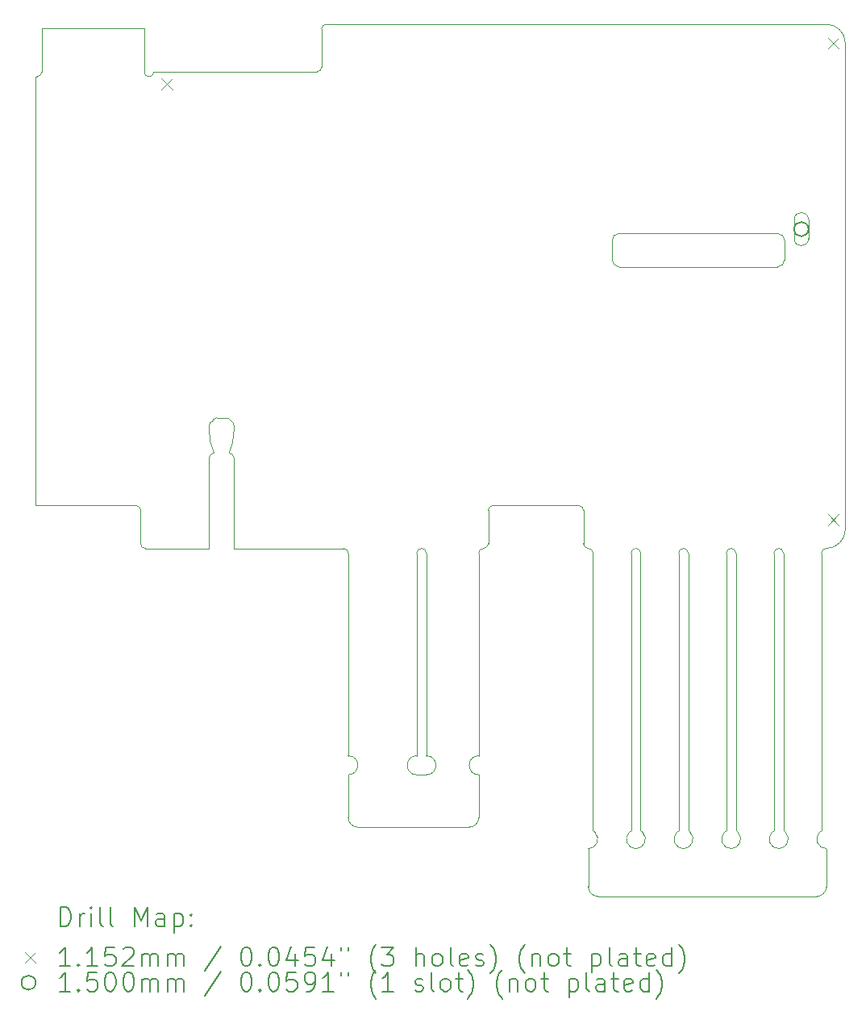
<source format=gbr>
%TF.GenerationSoftware,KiCad,Pcbnew,8.0.2*%
%TF.CreationDate,2024-05-28T21:16:53+01:00*%
%TF.ProjectId,RMC,524d432e-6b69-4636-9164-5f7063625858,rev?*%
%TF.SameCoordinates,Original*%
%TF.FileFunction,Drillmap*%
%TF.FilePolarity,Positive*%
%FSLAX45Y45*%
G04 Gerber Fmt 4.5, Leading zero omitted, Abs format (unit mm)*
G04 Created by KiCad (PCBNEW 8.0.2) date 2024-05-28 21:16:53*
%MOMM*%
%LPD*%
G01*
G04 APERTURE LIST*
%ADD10C,0.050000*%
%ADD11C,0.200000*%
%ADD12C,0.115200*%
%ADD13C,0.150000*%
%ADD14C,0.100000*%
G04 APERTURE END LIST*
D10*
X17250000Y-15550000D02*
G75*
G02*
X17350000Y-15550000I50000J0D01*
G01*
X14750000Y-15450000D02*
G75*
G02*
X14700000Y-15500000I-50000J0D01*
G01*
X14000000Y-15700000D02*
X14000000Y-15550000D01*
X15750000Y-15100000D02*
X15750000Y-15450000D01*
X16750000Y-15550000D02*
G75*
G02*
X16850000Y-15550000I50000J0D01*
G01*
X16250000Y-15550000D02*
G75*
G02*
X16350000Y-15550000I50000J0D01*
G01*
X16850000Y-15550000D02*
X16850000Y-15917500D01*
X11150000Y-15500000D02*
G75*
G02*
X11100000Y-15450000I0J50000D01*
G01*
X14750000Y-15100000D02*
G75*
G02*
X14800000Y-15050000I50000J0D01*
G01*
X15700000Y-15050000D02*
G75*
G02*
X15750000Y-15100000I0J-50000D01*
G01*
X13000000Y-10050000D02*
G75*
G02*
X13050000Y-10000000I50000J0D01*
G01*
X16250000Y-15550000D02*
X16250000Y-15697500D01*
X11100000Y-15100000D02*
X11100000Y-15450000D01*
X14650000Y-15700000D02*
X14650000Y-15550000D01*
X10011498Y-10550000D02*
X10000000Y-10550000D01*
X11150000Y-15500000D02*
X11820000Y-15500000D01*
X14000000Y-15550000D02*
G75*
G02*
X14100000Y-15550000I50000J0D01*
G01*
X14750000Y-15100000D02*
X14750000Y-15450000D01*
X18500000Y-10200000D02*
X18500000Y-15300000D01*
X15850000Y-15550000D02*
X15850000Y-15697500D01*
X11700000Y-10500000D02*
X11238502Y-10500000D01*
X17250000Y-15550000D02*
X17250000Y-15917500D01*
X15800000Y-15500000D02*
G75*
G02*
X15850000Y-15550000I0J-50000D01*
G01*
X18300000Y-10000000D02*
G75*
G02*
X18500000Y-10200000I0J-200000D01*
G01*
X13230000Y-15500000D02*
G75*
G02*
X13280000Y-15550000I0J-50000D01*
G01*
X17850000Y-15550000D02*
X17850000Y-15917500D01*
X14100000Y-15700000D02*
X14100000Y-15550000D01*
X12050000Y-10500000D02*
X11700000Y-10500000D01*
X10061498Y-10500000D02*
G75*
G02*
X10011498Y-10549998I-49998J0D01*
G01*
X13230000Y-15500000D02*
X12080000Y-15500000D01*
X16350000Y-15550000D02*
X16350000Y-15917500D01*
X11050000Y-15050000D02*
G75*
G02*
X11100000Y-15100000I0J-50000D01*
G01*
X18500000Y-15300000D02*
G75*
G02*
X18300000Y-15500000I-200000J0D01*
G01*
X10000000Y-15050000D02*
X10000000Y-10550000D01*
X17350000Y-15550000D02*
X17350000Y-15917500D01*
X17750000Y-15550000D02*
G75*
G02*
X17850000Y-15550000I50000J0D01*
G01*
X18200000Y-19150000D02*
X15900000Y-19150000D01*
X14650000Y-15550000D02*
G75*
G02*
X14700000Y-15500000I50000J0D01*
G01*
X18250000Y-15550000D02*
X18250000Y-15917500D01*
X11238502Y-10500000D02*
G75*
G02*
X11138502Y-10500000I-50000J0D01*
G01*
X13000000Y-10450000D02*
X13000000Y-10050000D01*
X13280000Y-15700000D02*
X13280000Y-15550000D01*
X15800000Y-15500000D02*
G75*
G02*
X15750000Y-15450000I0J50000D01*
G01*
X17750000Y-15550000D02*
X17750000Y-15917500D01*
X16750000Y-15550000D02*
X16750000Y-15917500D01*
X18250000Y-15550000D02*
G75*
G02*
X18300000Y-15500000I50000J0D01*
G01*
X10150000Y-15050000D02*
X10000000Y-15050000D01*
X13050000Y-10000000D02*
X18300000Y-10000000D01*
X13000000Y-10450000D02*
G75*
G02*
X12950000Y-10500000I-50000J0D01*
G01*
X15800000Y-19050000D02*
X15800000Y-18650000D01*
X15850000Y-15930000D02*
X15850000Y-15697500D01*
X15850000Y-18457500D02*
X15850000Y-15930000D01*
X15870711Y-18479289D02*
X15850000Y-18457500D01*
X16250000Y-15930000D02*
X16250000Y-15697500D01*
X16250000Y-15930000D02*
X16250000Y-18457500D01*
X16250000Y-18457500D02*
X16229289Y-18479289D01*
X16350000Y-16150000D02*
X16350000Y-15917500D01*
X16350000Y-18457500D02*
X16350000Y-16150000D01*
X16370711Y-18479289D02*
X16350000Y-18457500D01*
X16750000Y-16150000D02*
X16750000Y-15917500D01*
X16750000Y-16150000D02*
X16750000Y-18457500D01*
X16750000Y-18457500D02*
X16729289Y-18479289D01*
X16850000Y-16150000D02*
X16850000Y-15917500D01*
X16850000Y-18457500D02*
X16850000Y-16150000D01*
X16870711Y-18479289D02*
X16850000Y-18457500D01*
X17250000Y-16150000D02*
X17250000Y-15917500D01*
X17250000Y-16150000D02*
X17250000Y-18457500D01*
X17250000Y-18457500D02*
X17229289Y-18479289D01*
X17350000Y-16150000D02*
X17350000Y-15917500D01*
X17350000Y-18457500D02*
X17350000Y-16150000D01*
X17370711Y-18479289D02*
X17350000Y-18457500D01*
X17750000Y-16150000D02*
X17750000Y-15917500D01*
X17750000Y-16150000D02*
X17750000Y-18457500D01*
X17750000Y-18457500D02*
X17729289Y-18479289D01*
X17850000Y-16150000D02*
X17850000Y-15917500D01*
X17850000Y-18457500D02*
X17850000Y-16150000D01*
X17870711Y-18479289D02*
X17850000Y-18457500D01*
X18250000Y-16150000D02*
X18250000Y-15917500D01*
X18250000Y-16150000D02*
X18250000Y-18457500D01*
X18250000Y-18457500D02*
X18229289Y-18479289D01*
X18300000Y-19050000D02*
X18300000Y-18650000D01*
X15870711Y-18479289D02*
G75*
G02*
X15800000Y-18650000I-70711J-70711D01*
G01*
X15900000Y-19150000D02*
G75*
G02*
X15800000Y-19050000I0J100000D01*
G01*
X16300000Y-18650000D02*
G75*
G02*
X16229289Y-18479289I0J100000D01*
G01*
X16370711Y-18479289D02*
G75*
G02*
X16300000Y-18650000I-70711J-70711D01*
G01*
X16800000Y-18650000D02*
G75*
G02*
X16729289Y-18479289I0J100000D01*
G01*
X16870711Y-18479289D02*
G75*
G02*
X16800000Y-18650000I-70711J-70711D01*
G01*
X17300000Y-18650000D02*
G75*
G02*
X17229289Y-18479289I0J100000D01*
G01*
X17370711Y-18479289D02*
G75*
G02*
X17300000Y-18650000I-70711J-70711D01*
G01*
X17800000Y-18650000D02*
G75*
G02*
X17729289Y-18479289I0J100000D01*
G01*
X17870711Y-18479289D02*
G75*
G02*
X17800000Y-18650000I-70711J-70711D01*
G01*
X18300000Y-18650000D02*
G75*
G02*
X18229289Y-18479289I0J100000D01*
G01*
X18300000Y-19050000D02*
G75*
G02*
X18200000Y-19150000I-100000J0D01*
G01*
X14800000Y-15050000D02*
X15700000Y-15050000D01*
X12950000Y-10500000D02*
X12050000Y-10500000D01*
X10150000Y-15050000D02*
X11050000Y-15050000D01*
X11820000Y-14260000D02*
X11820000Y-14210000D01*
X11820000Y-14550000D02*
X11820000Y-15500000D01*
X11834645Y-14174645D02*
X11864645Y-14144645D01*
X12000000Y-14130000D02*
X11900000Y-14130000D01*
X12035355Y-14144645D02*
X12065355Y-14174645D01*
X12080000Y-14260000D02*
X12080000Y-14210000D01*
X12080000Y-14550000D02*
X12080000Y-15500000D01*
X11820000Y-14210000D02*
G75*
G02*
X11834645Y-14174645I49999J0D01*
G01*
X11820000Y-14550000D02*
G75*
G02*
X11870076Y-14500000I50000J0D01*
G01*
X11864645Y-14144645D02*
G75*
G02*
X11900000Y-14130000I35356J-35356D01*
G01*
X11870076Y-14499967D02*
G75*
G02*
X11820000Y-14260000I549924J239967D01*
G01*
X12000000Y-14130000D02*
G75*
G02*
X12035355Y-14144645I0J-50000D01*
G01*
X12029924Y-14500000D02*
G75*
G02*
X12080000Y-14550000I76J-50000D01*
G01*
X12065355Y-14174645D02*
G75*
G02*
X12080000Y-14210000I-35355J-35355D01*
G01*
X12080000Y-14260000D02*
G75*
G02*
X12029924Y-14499967I-600000J0D01*
G01*
X16050000Y-12270000D02*
X16050000Y-12470000D01*
X16125000Y-12545000D02*
X17787500Y-12545000D01*
X17787500Y-12195000D02*
X16125000Y-12195000D01*
X17862500Y-12470000D02*
X17862500Y-12270000D01*
X16050000Y-12270000D02*
G75*
G02*
X16125000Y-12195000I75000J0D01*
G01*
X16125000Y-12545000D02*
G75*
G02*
X16050000Y-12470000I0J75000D01*
G01*
X17787500Y-12195000D02*
G75*
G02*
X17862500Y-12270000I0J-75000D01*
G01*
X17862500Y-12470000D02*
G75*
G02*
X17787500Y-12545000I-75000J0D01*
G01*
X10061502Y-10038950D02*
X10061502Y-10500000D01*
X10061502Y-10038950D02*
X11138502Y-10038950D01*
X11138502Y-10038950D02*
X11138502Y-10500000D01*
X13280000Y-17675000D02*
X13280000Y-15700000D01*
X13280000Y-18325000D02*
X13280000Y-17875000D01*
X13380000Y-18425000D02*
X14550000Y-18425000D01*
X14000000Y-17675000D02*
X14000000Y-15700000D01*
X14000000Y-17875000D02*
X14100000Y-17875000D01*
X14100000Y-17675000D02*
X14100000Y-15700000D01*
X14650000Y-17675000D02*
X14650000Y-15700000D01*
X14650000Y-18325000D02*
X14650000Y-17875000D01*
X13280000Y-17675000D02*
G75*
G02*
X13280000Y-17875000I0J-100000D01*
G01*
X13380000Y-18425000D02*
G75*
G02*
X13280000Y-18325000I0J100000D01*
G01*
X14000000Y-17875000D02*
G75*
G02*
X14000000Y-17675000I0J100000D01*
G01*
X14100000Y-17675000D02*
G75*
G02*
X14100000Y-17875000I0J-100000D01*
G01*
X14650000Y-17875000D02*
G75*
G02*
X14650000Y-17675000I0J100000D01*
G01*
X14650000Y-18325000D02*
G75*
G02*
X14550000Y-18425000I-100000J0D01*
G01*
D11*
D12*
X11317400Y-10567400D02*
X11432600Y-10682600D01*
X11432600Y-10567400D02*
X11317400Y-10682600D01*
X18317400Y-10142400D02*
X18432600Y-10257600D01*
X18432600Y-10142400D02*
X18317400Y-10257600D01*
X18317400Y-15142400D02*
X18432600Y-15257600D01*
X18432600Y-15142400D02*
X18317400Y-15257600D01*
D13*
X18112500Y-12150000D02*
G75*
G02*
X17962500Y-12150000I-75000J0D01*
G01*
X17962500Y-12150000D02*
G75*
G02*
X18112500Y-12150000I75000J0D01*
G01*
D14*
X17962500Y-12050000D02*
X17962500Y-12250000D01*
X18112500Y-12250000D02*
G75*
G02*
X17962500Y-12250000I-75000J0D01*
G01*
X18112500Y-12250000D02*
X18112500Y-12050000D01*
X18112500Y-12050000D02*
G75*
G03*
X17962500Y-12050000I-75000J0D01*
G01*
D11*
X10258277Y-19463984D02*
X10258277Y-19263984D01*
X10258277Y-19263984D02*
X10305896Y-19263984D01*
X10305896Y-19263984D02*
X10334467Y-19273508D01*
X10334467Y-19273508D02*
X10353515Y-19292555D01*
X10353515Y-19292555D02*
X10363039Y-19311603D01*
X10363039Y-19311603D02*
X10372563Y-19349698D01*
X10372563Y-19349698D02*
X10372563Y-19378270D01*
X10372563Y-19378270D02*
X10363039Y-19416365D01*
X10363039Y-19416365D02*
X10353515Y-19435412D01*
X10353515Y-19435412D02*
X10334467Y-19454460D01*
X10334467Y-19454460D02*
X10305896Y-19463984D01*
X10305896Y-19463984D02*
X10258277Y-19463984D01*
X10458277Y-19463984D02*
X10458277Y-19330650D01*
X10458277Y-19368746D02*
X10467801Y-19349698D01*
X10467801Y-19349698D02*
X10477324Y-19340174D01*
X10477324Y-19340174D02*
X10496372Y-19330650D01*
X10496372Y-19330650D02*
X10515420Y-19330650D01*
X10582086Y-19463984D02*
X10582086Y-19330650D01*
X10582086Y-19263984D02*
X10572563Y-19273508D01*
X10572563Y-19273508D02*
X10582086Y-19283031D01*
X10582086Y-19283031D02*
X10591610Y-19273508D01*
X10591610Y-19273508D02*
X10582086Y-19263984D01*
X10582086Y-19263984D02*
X10582086Y-19283031D01*
X10705896Y-19463984D02*
X10686848Y-19454460D01*
X10686848Y-19454460D02*
X10677324Y-19435412D01*
X10677324Y-19435412D02*
X10677324Y-19263984D01*
X10810658Y-19463984D02*
X10791610Y-19454460D01*
X10791610Y-19454460D02*
X10782086Y-19435412D01*
X10782086Y-19435412D02*
X10782086Y-19263984D01*
X11039229Y-19463984D02*
X11039229Y-19263984D01*
X11039229Y-19263984D02*
X11105896Y-19406841D01*
X11105896Y-19406841D02*
X11172563Y-19263984D01*
X11172563Y-19263984D02*
X11172563Y-19463984D01*
X11353515Y-19463984D02*
X11353515Y-19359222D01*
X11353515Y-19359222D02*
X11343991Y-19340174D01*
X11343991Y-19340174D02*
X11324943Y-19330650D01*
X11324943Y-19330650D02*
X11286848Y-19330650D01*
X11286848Y-19330650D02*
X11267801Y-19340174D01*
X11353515Y-19454460D02*
X11334467Y-19463984D01*
X11334467Y-19463984D02*
X11286848Y-19463984D01*
X11286848Y-19463984D02*
X11267801Y-19454460D01*
X11267801Y-19454460D02*
X11258277Y-19435412D01*
X11258277Y-19435412D02*
X11258277Y-19416365D01*
X11258277Y-19416365D02*
X11267801Y-19397317D01*
X11267801Y-19397317D02*
X11286848Y-19387793D01*
X11286848Y-19387793D02*
X11334467Y-19387793D01*
X11334467Y-19387793D02*
X11353515Y-19378270D01*
X11448753Y-19330650D02*
X11448753Y-19530650D01*
X11448753Y-19340174D02*
X11467801Y-19330650D01*
X11467801Y-19330650D02*
X11505896Y-19330650D01*
X11505896Y-19330650D02*
X11524943Y-19340174D01*
X11524943Y-19340174D02*
X11534467Y-19349698D01*
X11534467Y-19349698D02*
X11543991Y-19368746D01*
X11543991Y-19368746D02*
X11543991Y-19425889D01*
X11543991Y-19425889D02*
X11534467Y-19444936D01*
X11534467Y-19444936D02*
X11524943Y-19454460D01*
X11524943Y-19454460D02*
X11505896Y-19463984D01*
X11505896Y-19463984D02*
X11467801Y-19463984D01*
X11467801Y-19463984D02*
X11448753Y-19454460D01*
X11629705Y-19444936D02*
X11639229Y-19454460D01*
X11639229Y-19454460D02*
X11629705Y-19463984D01*
X11629705Y-19463984D02*
X11620182Y-19454460D01*
X11620182Y-19454460D02*
X11629705Y-19444936D01*
X11629705Y-19444936D02*
X11629705Y-19463984D01*
X11629705Y-19340174D02*
X11639229Y-19349698D01*
X11639229Y-19349698D02*
X11629705Y-19359222D01*
X11629705Y-19359222D02*
X11620182Y-19349698D01*
X11620182Y-19349698D02*
X11629705Y-19340174D01*
X11629705Y-19340174D02*
X11629705Y-19359222D01*
D12*
X9882300Y-19734900D02*
X9997500Y-19850100D01*
X9997500Y-19734900D02*
X9882300Y-19850100D01*
D11*
X10363039Y-19883984D02*
X10248753Y-19883984D01*
X10305896Y-19883984D02*
X10305896Y-19683984D01*
X10305896Y-19683984D02*
X10286848Y-19712555D01*
X10286848Y-19712555D02*
X10267801Y-19731603D01*
X10267801Y-19731603D02*
X10248753Y-19741127D01*
X10448753Y-19864936D02*
X10458277Y-19874460D01*
X10458277Y-19874460D02*
X10448753Y-19883984D01*
X10448753Y-19883984D02*
X10439229Y-19874460D01*
X10439229Y-19874460D02*
X10448753Y-19864936D01*
X10448753Y-19864936D02*
X10448753Y-19883984D01*
X10648753Y-19883984D02*
X10534467Y-19883984D01*
X10591610Y-19883984D02*
X10591610Y-19683984D01*
X10591610Y-19683984D02*
X10572563Y-19712555D01*
X10572563Y-19712555D02*
X10553515Y-19731603D01*
X10553515Y-19731603D02*
X10534467Y-19741127D01*
X10829705Y-19683984D02*
X10734467Y-19683984D01*
X10734467Y-19683984D02*
X10724944Y-19779222D01*
X10724944Y-19779222D02*
X10734467Y-19769698D01*
X10734467Y-19769698D02*
X10753515Y-19760174D01*
X10753515Y-19760174D02*
X10801134Y-19760174D01*
X10801134Y-19760174D02*
X10820182Y-19769698D01*
X10820182Y-19769698D02*
X10829705Y-19779222D01*
X10829705Y-19779222D02*
X10839229Y-19798270D01*
X10839229Y-19798270D02*
X10839229Y-19845889D01*
X10839229Y-19845889D02*
X10829705Y-19864936D01*
X10829705Y-19864936D02*
X10820182Y-19874460D01*
X10820182Y-19874460D02*
X10801134Y-19883984D01*
X10801134Y-19883984D02*
X10753515Y-19883984D01*
X10753515Y-19883984D02*
X10734467Y-19874460D01*
X10734467Y-19874460D02*
X10724944Y-19864936D01*
X10915420Y-19703031D02*
X10924944Y-19693508D01*
X10924944Y-19693508D02*
X10943991Y-19683984D01*
X10943991Y-19683984D02*
X10991610Y-19683984D01*
X10991610Y-19683984D02*
X11010658Y-19693508D01*
X11010658Y-19693508D02*
X11020182Y-19703031D01*
X11020182Y-19703031D02*
X11029705Y-19722079D01*
X11029705Y-19722079D02*
X11029705Y-19741127D01*
X11029705Y-19741127D02*
X11020182Y-19769698D01*
X11020182Y-19769698D02*
X10905896Y-19883984D01*
X10905896Y-19883984D02*
X11029705Y-19883984D01*
X11115420Y-19883984D02*
X11115420Y-19750650D01*
X11115420Y-19769698D02*
X11124944Y-19760174D01*
X11124944Y-19760174D02*
X11143991Y-19750650D01*
X11143991Y-19750650D02*
X11172563Y-19750650D01*
X11172563Y-19750650D02*
X11191610Y-19760174D01*
X11191610Y-19760174D02*
X11201134Y-19779222D01*
X11201134Y-19779222D02*
X11201134Y-19883984D01*
X11201134Y-19779222D02*
X11210658Y-19760174D01*
X11210658Y-19760174D02*
X11229705Y-19750650D01*
X11229705Y-19750650D02*
X11258277Y-19750650D01*
X11258277Y-19750650D02*
X11277324Y-19760174D01*
X11277324Y-19760174D02*
X11286848Y-19779222D01*
X11286848Y-19779222D02*
X11286848Y-19883984D01*
X11382086Y-19883984D02*
X11382086Y-19750650D01*
X11382086Y-19769698D02*
X11391610Y-19760174D01*
X11391610Y-19760174D02*
X11410658Y-19750650D01*
X11410658Y-19750650D02*
X11439229Y-19750650D01*
X11439229Y-19750650D02*
X11458277Y-19760174D01*
X11458277Y-19760174D02*
X11467801Y-19779222D01*
X11467801Y-19779222D02*
X11467801Y-19883984D01*
X11467801Y-19779222D02*
X11477324Y-19760174D01*
X11477324Y-19760174D02*
X11496372Y-19750650D01*
X11496372Y-19750650D02*
X11524943Y-19750650D01*
X11524943Y-19750650D02*
X11543991Y-19760174D01*
X11543991Y-19760174D02*
X11553515Y-19779222D01*
X11553515Y-19779222D02*
X11553515Y-19883984D01*
X11943991Y-19674460D02*
X11772563Y-19931603D01*
X12201134Y-19683984D02*
X12220182Y-19683984D01*
X12220182Y-19683984D02*
X12239229Y-19693508D01*
X12239229Y-19693508D02*
X12248753Y-19703031D01*
X12248753Y-19703031D02*
X12258277Y-19722079D01*
X12258277Y-19722079D02*
X12267801Y-19760174D01*
X12267801Y-19760174D02*
X12267801Y-19807793D01*
X12267801Y-19807793D02*
X12258277Y-19845889D01*
X12258277Y-19845889D02*
X12248753Y-19864936D01*
X12248753Y-19864936D02*
X12239229Y-19874460D01*
X12239229Y-19874460D02*
X12220182Y-19883984D01*
X12220182Y-19883984D02*
X12201134Y-19883984D01*
X12201134Y-19883984D02*
X12182086Y-19874460D01*
X12182086Y-19874460D02*
X12172563Y-19864936D01*
X12172563Y-19864936D02*
X12163039Y-19845889D01*
X12163039Y-19845889D02*
X12153515Y-19807793D01*
X12153515Y-19807793D02*
X12153515Y-19760174D01*
X12153515Y-19760174D02*
X12163039Y-19722079D01*
X12163039Y-19722079D02*
X12172563Y-19703031D01*
X12172563Y-19703031D02*
X12182086Y-19693508D01*
X12182086Y-19693508D02*
X12201134Y-19683984D01*
X12353515Y-19864936D02*
X12363039Y-19874460D01*
X12363039Y-19874460D02*
X12353515Y-19883984D01*
X12353515Y-19883984D02*
X12343991Y-19874460D01*
X12343991Y-19874460D02*
X12353515Y-19864936D01*
X12353515Y-19864936D02*
X12353515Y-19883984D01*
X12486848Y-19683984D02*
X12505896Y-19683984D01*
X12505896Y-19683984D02*
X12524944Y-19693508D01*
X12524944Y-19693508D02*
X12534467Y-19703031D01*
X12534467Y-19703031D02*
X12543991Y-19722079D01*
X12543991Y-19722079D02*
X12553515Y-19760174D01*
X12553515Y-19760174D02*
X12553515Y-19807793D01*
X12553515Y-19807793D02*
X12543991Y-19845889D01*
X12543991Y-19845889D02*
X12534467Y-19864936D01*
X12534467Y-19864936D02*
X12524944Y-19874460D01*
X12524944Y-19874460D02*
X12505896Y-19883984D01*
X12505896Y-19883984D02*
X12486848Y-19883984D01*
X12486848Y-19883984D02*
X12467801Y-19874460D01*
X12467801Y-19874460D02*
X12458277Y-19864936D01*
X12458277Y-19864936D02*
X12448753Y-19845889D01*
X12448753Y-19845889D02*
X12439229Y-19807793D01*
X12439229Y-19807793D02*
X12439229Y-19760174D01*
X12439229Y-19760174D02*
X12448753Y-19722079D01*
X12448753Y-19722079D02*
X12458277Y-19703031D01*
X12458277Y-19703031D02*
X12467801Y-19693508D01*
X12467801Y-19693508D02*
X12486848Y-19683984D01*
X12724944Y-19750650D02*
X12724944Y-19883984D01*
X12677325Y-19674460D02*
X12629706Y-19817317D01*
X12629706Y-19817317D02*
X12753515Y-19817317D01*
X12924944Y-19683984D02*
X12829706Y-19683984D01*
X12829706Y-19683984D02*
X12820182Y-19779222D01*
X12820182Y-19779222D02*
X12829706Y-19769698D01*
X12829706Y-19769698D02*
X12848753Y-19760174D01*
X12848753Y-19760174D02*
X12896372Y-19760174D01*
X12896372Y-19760174D02*
X12915420Y-19769698D01*
X12915420Y-19769698D02*
X12924944Y-19779222D01*
X12924944Y-19779222D02*
X12934467Y-19798270D01*
X12934467Y-19798270D02*
X12934467Y-19845889D01*
X12934467Y-19845889D02*
X12924944Y-19864936D01*
X12924944Y-19864936D02*
X12915420Y-19874460D01*
X12915420Y-19874460D02*
X12896372Y-19883984D01*
X12896372Y-19883984D02*
X12848753Y-19883984D01*
X12848753Y-19883984D02*
X12829706Y-19874460D01*
X12829706Y-19874460D02*
X12820182Y-19864936D01*
X13105896Y-19750650D02*
X13105896Y-19883984D01*
X13058277Y-19674460D02*
X13010658Y-19817317D01*
X13010658Y-19817317D02*
X13134467Y-19817317D01*
X13201134Y-19683984D02*
X13201134Y-19722079D01*
X13277325Y-19683984D02*
X13277325Y-19722079D01*
X13572563Y-19960174D02*
X13563039Y-19950650D01*
X13563039Y-19950650D02*
X13543991Y-19922079D01*
X13543991Y-19922079D02*
X13534468Y-19903031D01*
X13534468Y-19903031D02*
X13524944Y-19874460D01*
X13524944Y-19874460D02*
X13515420Y-19826841D01*
X13515420Y-19826841D02*
X13515420Y-19788746D01*
X13515420Y-19788746D02*
X13524944Y-19741127D01*
X13524944Y-19741127D02*
X13534468Y-19712555D01*
X13534468Y-19712555D02*
X13543991Y-19693508D01*
X13543991Y-19693508D02*
X13563039Y-19664936D01*
X13563039Y-19664936D02*
X13572563Y-19655412D01*
X13629706Y-19683984D02*
X13753515Y-19683984D01*
X13753515Y-19683984D02*
X13686848Y-19760174D01*
X13686848Y-19760174D02*
X13715420Y-19760174D01*
X13715420Y-19760174D02*
X13734468Y-19769698D01*
X13734468Y-19769698D02*
X13743991Y-19779222D01*
X13743991Y-19779222D02*
X13753515Y-19798270D01*
X13753515Y-19798270D02*
X13753515Y-19845889D01*
X13753515Y-19845889D02*
X13743991Y-19864936D01*
X13743991Y-19864936D02*
X13734468Y-19874460D01*
X13734468Y-19874460D02*
X13715420Y-19883984D01*
X13715420Y-19883984D02*
X13658277Y-19883984D01*
X13658277Y-19883984D02*
X13639229Y-19874460D01*
X13639229Y-19874460D02*
X13629706Y-19864936D01*
X13991610Y-19883984D02*
X13991610Y-19683984D01*
X14077325Y-19883984D02*
X14077325Y-19779222D01*
X14077325Y-19779222D02*
X14067801Y-19760174D01*
X14067801Y-19760174D02*
X14048753Y-19750650D01*
X14048753Y-19750650D02*
X14020182Y-19750650D01*
X14020182Y-19750650D02*
X14001134Y-19760174D01*
X14001134Y-19760174D02*
X13991610Y-19769698D01*
X14201134Y-19883984D02*
X14182087Y-19874460D01*
X14182087Y-19874460D02*
X14172563Y-19864936D01*
X14172563Y-19864936D02*
X14163039Y-19845889D01*
X14163039Y-19845889D02*
X14163039Y-19788746D01*
X14163039Y-19788746D02*
X14172563Y-19769698D01*
X14172563Y-19769698D02*
X14182087Y-19760174D01*
X14182087Y-19760174D02*
X14201134Y-19750650D01*
X14201134Y-19750650D02*
X14229706Y-19750650D01*
X14229706Y-19750650D02*
X14248753Y-19760174D01*
X14248753Y-19760174D02*
X14258277Y-19769698D01*
X14258277Y-19769698D02*
X14267801Y-19788746D01*
X14267801Y-19788746D02*
X14267801Y-19845889D01*
X14267801Y-19845889D02*
X14258277Y-19864936D01*
X14258277Y-19864936D02*
X14248753Y-19874460D01*
X14248753Y-19874460D02*
X14229706Y-19883984D01*
X14229706Y-19883984D02*
X14201134Y-19883984D01*
X14382087Y-19883984D02*
X14363039Y-19874460D01*
X14363039Y-19874460D02*
X14353515Y-19855412D01*
X14353515Y-19855412D02*
X14353515Y-19683984D01*
X14534468Y-19874460D02*
X14515420Y-19883984D01*
X14515420Y-19883984D02*
X14477325Y-19883984D01*
X14477325Y-19883984D02*
X14458277Y-19874460D01*
X14458277Y-19874460D02*
X14448753Y-19855412D01*
X14448753Y-19855412D02*
X14448753Y-19779222D01*
X14448753Y-19779222D02*
X14458277Y-19760174D01*
X14458277Y-19760174D02*
X14477325Y-19750650D01*
X14477325Y-19750650D02*
X14515420Y-19750650D01*
X14515420Y-19750650D02*
X14534468Y-19760174D01*
X14534468Y-19760174D02*
X14543991Y-19779222D01*
X14543991Y-19779222D02*
X14543991Y-19798270D01*
X14543991Y-19798270D02*
X14448753Y-19817317D01*
X14620182Y-19874460D02*
X14639230Y-19883984D01*
X14639230Y-19883984D02*
X14677325Y-19883984D01*
X14677325Y-19883984D02*
X14696372Y-19874460D01*
X14696372Y-19874460D02*
X14705896Y-19855412D01*
X14705896Y-19855412D02*
X14705896Y-19845889D01*
X14705896Y-19845889D02*
X14696372Y-19826841D01*
X14696372Y-19826841D02*
X14677325Y-19817317D01*
X14677325Y-19817317D02*
X14648753Y-19817317D01*
X14648753Y-19817317D02*
X14629706Y-19807793D01*
X14629706Y-19807793D02*
X14620182Y-19788746D01*
X14620182Y-19788746D02*
X14620182Y-19779222D01*
X14620182Y-19779222D02*
X14629706Y-19760174D01*
X14629706Y-19760174D02*
X14648753Y-19750650D01*
X14648753Y-19750650D02*
X14677325Y-19750650D01*
X14677325Y-19750650D02*
X14696372Y-19760174D01*
X14772563Y-19960174D02*
X14782087Y-19950650D01*
X14782087Y-19950650D02*
X14801134Y-19922079D01*
X14801134Y-19922079D02*
X14810658Y-19903031D01*
X14810658Y-19903031D02*
X14820182Y-19874460D01*
X14820182Y-19874460D02*
X14829706Y-19826841D01*
X14829706Y-19826841D02*
X14829706Y-19788746D01*
X14829706Y-19788746D02*
X14820182Y-19741127D01*
X14820182Y-19741127D02*
X14810658Y-19712555D01*
X14810658Y-19712555D02*
X14801134Y-19693508D01*
X14801134Y-19693508D02*
X14782087Y-19664936D01*
X14782087Y-19664936D02*
X14772563Y-19655412D01*
X15134468Y-19960174D02*
X15124944Y-19950650D01*
X15124944Y-19950650D02*
X15105896Y-19922079D01*
X15105896Y-19922079D02*
X15096372Y-19903031D01*
X15096372Y-19903031D02*
X15086849Y-19874460D01*
X15086849Y-19874460D02*
X15077325Y-19826841D01*
X15077325Y-19826841D02*
X15077325Y-19788746D01*
X15077325Y-19788746D02*
X15086849Y-19741127D01*
X15086849Y-19741127D02*
X15096372Y-19712555D01*
X15096372Y-19712555D02*
X15105896Y-19693508D01*
X15105896Y-19693508D02*
X15124944Y-19664936D01*
X15124944Y-19664936D02*
X15134468Y-19655412D01*
X15210658Y-19750650D02*
X15210658Y-19883984D01*
X15210658Y-19769698D02*
X15220182Y-19760174D01*
X15220182Y-19760174D02*
X15239230Y-19750650D01*
X15239230Y-19750650D02*
X15267801Y-19750650D01*
X15267801Y-19750650D02*
X15286849Y-19760174D01*
X15286849Y-19760174D02*
X15296372Y-19779222D01*
X15296372Y-19779222D02*
X15296372Y-19883984D01*
X15420182Y-19883984D02*
X15401134Y-19874460D01*
X15401134Y-19874460D02*
X15391611Y-19864936D01*
X15391611Y-19864936D02*
X15382087Y-19845889D01*
X15382087Y-19845889D02*
X15382087Y-19788746D01*
X15382087Y-19788746D02*
X15391611Y-19769698D01*
X15391611Y-19769698D02*
X15401134Y-19760174D01*
X15401134Y-19760174D02*
X15420182Y-19750650D01*
X15420182Y-19750650D02*
X15448753Y-19750650D01*
X15448753Y-19750650D02*
X15467801Y-19760174D01*
X15467801Y-19760174D02*
X15477325Y-19769698D01*
X15477325Y-19769698D02*
X15486849Y-19788746D01*
X15486849Y-19788746D02*
X15486849Y-19845889D01*
X15486849Y-19845889D02*
X15477325Y-19864936D01*
X15477325Y-19864936D02*
X15467801Y-19874460D01*
X15467801Y-19874460D02*
X15448753Y-19883984D01*
X15448753Y-19883984D02*
X15420182Y-19883984D01*
X15543992Y-19750650D02*
X15620182Y-19750650D01*
X15572563Y-19683984D02*
X15572563Y-19855412D01*
X15572563Y-19855412D02*
X15582087Y-19874460D01*
X15582087Y-19874460D02*
X15601134Y-19883984D01*
X15601134Y-19883984D02*
X15620182Y-19883984D01*
X15839230Y-19750650D02*
X15839230Y-19950650D01*
X15839230Y-19760174D02*
X15858277Y-19750650D01*
X15858277Y-19750650D02*
X15896373Y-19750650D01*
X15896373Y-19750650D02*
X15915420Y-19760174D01*
X15915420Y-19760174D02*
X15924944Y-19769698D01*
X15924944Y-19769698D02*
X15934468Y-19788746D01*
X15934468Y-19788746D02*
X15934468Y-19845889D01*
X15934468Y-19845889D02*
X15924944Y-19864936D01*
X15924944Y-19864936D02*
X15915420Y-19874460D01*
X15915420Y-19874460D02*
X15896373Y-19883984D01*
X15896373Y-19883984D02*
X15858277Y-19883984D01*
X15858277Y-19883984D02*
X15839230Y-19874460D01*
X16048753Y-19883984D02*
X16029706Y-19874460D01*
X16029706Y-19874460D02*
X16020182Y-19855412D01*
X16020182Y-19855412D02*
X16020182Y-19683984D01*
X16210658Y-19883984D02*
X16210658Y-19779222D01*
X16210658Y-19779222D02*
X16201134Y-19760174D01*
X16201134Y-19760174D02*
X16182087Y-19750650D01*
X16182087Y-19750650D02*
X16143992Y-19750650D01*
X16143992Y-19750650D02*
X16124944Y-19760174D01*
X16210658Y-19874460D02*
X16191611Y-19883984D01*
X16191611Y-19883984D02*
X16143992Y-19883984D01*
X16143992Y-19883984D02*
X16124944Y-19874460D01*
X16124944Y-19874460D02*
X16115420Y-19855412D01*
X16115420Y-19855412D02*
X16115420Y-19836365D01*
X16115420Y-19836365D02*
X16124944Y-19817317D01*
X16124944Y-19817317D02*
X16143992Y-19807793D01*
X16143992Y-19807793D02*
X16191611Y-19807793D01*
X16191611Y-19807793D02*
X16210658Y-19798270D01*
X16277325Y-19750650D02*
X16353515Y-19750650D01*
X16305896Y-19683984D02*
X16305896Y-19855412D01*
X16305896Y-19855412D02*
X16315420Y-19874460D01*
X16315420Y-19874460D02*
X16334468Y-19883984D01*
X16334468Y-19883984D02*
X16353515Y-19883984D01*
X16496373Y-19874460D02*
X16477325Y-19883984D01*
X16477325Y-19883984D02*
X16439230Y-19883984D01*
X16439230Y-19883984D02*
X16420182Y-19874460D01*
X16420182Y-19874460D02*
X16410658Y-19855412D01*
X16410658Y-19855412D02*
X16410658Y-19779222D01*
X16410658Y-19779222D02*
X16420182Y-19760174D01*
X16420182Y-19760174D02*
X16439230Y-19750650D01*
X16439230Y-19750650D02*
X16477325Y-19750650D01*
X16477325Y-19750650D02*
X16496373Y-19760174D01*
X16496373Y-19760174D02*
X16505896Y-19779222D01*
X16505896Y-19779222D02*
X16505896Y-19798270D01*
X16505896Y-19798270D02*
X16410658Y-19817317D01*
X16677325Y-19883984D02*
X16677325Y-19683984D01*
X16677325Y-19874460D02*
X16658277Y-19883984D01*
X16658277Y-19883984D02*
X16620182Y-19883984D01*
X16620182Y-19883984D02*
X16601134Y-19874460D01*
X16601134Y-19874460D02*
X16591611Y-19864936D01*
X16591611Y-19864936D02*
X16582087Y-19845889D01*
X16582087Y-19845889D02*
X16582087Y-19788746D01*
X16582087Y-19788746D02*
X16591611Y-19769698D01*
X16591611Y-19769698D02*
X16601134Y-19760174D01*
X16601134Y-19760174D02*
X16620182Y-19750650D01*
X16620182Y-19750650D02*
X16658277Y-19750650D01*
X16658277Y-19750650D02*
X16677325Y-19760174D01*
X16753515Y-19960174D02*
X16763039Y-19950650D01*
X16763039Y-19950650D02*
X16782087Y-19922079D01*
X16782087Y-19922079D02*
X16791611Y-19903031D01*
X16791611Y-19903031D02*
X16801135Y-19874460D01*
X16801135Y-19874460D02*
X16810658Y-19826841D01*
X16810658Y-19826841D02*
X16810658Y-19788746D01*
X16810658Y-19788746D02*
X16801135Y-19741127D01*
X16801135Y-19741127D02*
X16791611Y-19712555D01*
X16791611Y-19712555D02*
X16782087Y-19693508D01*
X16782087Y-19693508D02*
X16763039Y-19664936D01*
X16763039Y-19664936D02*
X16753515Y-19655412D01*
D13*
X9997500Y-20056500D02*
G75*
G02*
X9847500Y-20056500I-75000J0D01*
G01*
X9847500Y-20056500D02*
G75*
G02*
X9997500Y-20056500I75000J0D01*
G01*
D11*
X10363039Y-20147984D02*
X10248753Y-20147984D01*
X10305896Y-20147984D02*
X10305896Y-19947984D01*
X10305896Y-19947984D02*
X10286848Y-19976555D01*
X10286848Y-19976555D02*
X10267801Y-19995603D01*
X10267801Y-19995603D02*
X10248753Y-20005127D01*
X10448753Y-20128936D02*
X10458277Y-20138460D01*
X10458277Y-20138460D02*
X10448753Y-20147984D01*
X10448753Y-20147984D02*
X10439229Y-20138460D01*
X10439229Y-20138460D02*
X10448753Y-20128936D01*
X10448753Y-20128936D02*
X10448753Y-20147984D01*
X10639229Y-19947984D02*
X10543991Y-19947984D01*
X10543991Y-19947984D02*
X10534467Y-20043222D01*
X10534467Y-20043222D02*
X10543991Y-20033698D01*
X10543991Y-20033698D02*
X10563039Y-20024174D01*
X10563039Y-20024174D02*
X10610658Y-20024174D01*
X10610658Y-20024174D02*
X10629705Y-20033698D01*
X10629705Y-20033698D02*
X10639229Y-20043222D01*
X10639229Y-20043222D02*
X10648753Y-20062270D01*
X10648753Y-20062270D02*
X10648753Y-20109889D01*
X10648753Y-20109889D02*
X10639229Y-20128936D01*
X10639229Y-20128936D02*
X10629705Y-20138460D01*
X10629705Y-20138460D02*
X10610658Y-20147984D01*
X10610658Y-20147984D02*
X10563039Y-20147984D01*
X10563039Y-20147984D02*
X10543991Y-20138460D01*
X10543991Y-20138460D02*
X10534467Y-20128936D01*
X10772563Y-19947984D02*
X10791610Y-19947984D01*
X10791610Y-19947984D02*
X10810658Y-19957508D01*
X10810658Y-19957508D02*
X10820182Y-19967031D01*
X10820182Y-19967031D02*
X10829705Y-19986079D01*
X10829705Y-19986079D02*
X10839229Y-20024174D01*
X10839229Y-20024174D02*
X10839229Y-20071793D01*
X10839229Y-20071793D02*
X10829705Y-20109889D01*
X10829705Y-20109889D02*
X10820182Y-20128936D01*
X10820182Y-20128936D02*
X10810658Y-20138460D01*
X10810658Y-20138460D02*
X10791610Y-20147984D01*
X10791610Y-20147984D02*
X10772563Y-20147984D01*
X10772563Y-20147984D02*
X10753515Y-20138460D01*
X10753515Y-20138460D02*
X10743991Y-20128936D01*
X10743991Y-20128936D02*
X10734467Y-20109889D01*
X10734467Y-20109889D02*
X10724944Y-20071793D01*
X10724944Y-20071793D02*
X10724944Y-20024174D01*
X10724944Y-20024174D02*
X10734467Y-19986079D01*
X10734467Y-19986079D02*
X10743991Y-19967031D01*
X10743991Y-19967031D02*
X10753515Y-19957508D01*
X10753515Y-19957508D02*
X10772563Y-19947984D01*
X10963039Y-19947984D02*
X10982086Y-19947984D01*
X10982086Y-19947984D02*
X11001134Y-19957508D01*
X11001134Y-19957508D02*
X11010658Y-19967031D01*
X11010658Y-19967031D02*
X11020182Y-19986079D01*
X11020182Y-19986079D02*
X11029705Y-20024174D01*
X11029705Y-20024174D02*
X11029705Y-20071793D01*
X11029705Y-20071793D02*
X11020182Y-20109889D01*
X11020182Y-20109889D02*
X11010658Y-20128936D01*
X11010658Y-20128936D02*
X11001134Y-20138460D01*
X11001134Y-20138460D02*
X10982086Y-20147984D01*
X10982086Y-20147984D02*
X10963039Y-20147984D01*
X10963039Y-20147984D02*
X10943991Y-20138460D01*
X10943991Y-20138460D02*
X10934467Y-20128936D01*
X10934467Y-20128936D02*
X10924944Y-20109889D01*
X10924944Y-20109889D02*
X10915420Y-20071793D01*
X10915420Y-20071793D02*
X10915420Y-20024174D01*
X10915420Y-20024174D02*
X10924944Y-19986079D01*
X10924944Y-19986079D02*
X10934467Y-19967031D01*
X10934467Y-19967031D02*
X10943991Y-19957508D01*
X10943991Y-19957508D02*
X10963039Y-19947984D01*
X11115420Y-20147984D02*
X11115420Y-20014650D01*
X11115420Y-20033698D02*
X11124944Y-20024174D01*
X11124944Y-20024174D02*
X11143991Y-20014650D01*
X11143991Y-20014650D02*
X11172563Y-20014650D01*
X11172563Y-20014650D02*
X11191610Y-20024174D01*
X11191610Y-20024174D02*
X11201134Y-20043222D01*
X11201134Y-20043222D02*
X11201134Y-20147984D01*
X11201134Y-20043222D02*
X11210658Y-20024174D01*
X11210658Y-20024174D02*
X11229705Y-20014650D01*
X11229705Y-20014650D02*
X11258277Y-20014650D01*
X11258277Y-20014650D02*
X11277324Y-20024174D01*
X11277324Y-20024174D02*
X11286848Y-20043222D01*
X11286848Y-20043222D02*
X11286848Y-20147984D01*
X11382086Y-20147984D02*
X11382086Y-20014650D01*
X11382086Y-20033698D02*
X11391610Y-20024174D01*
X11391610Y-20024174D02*
X11410658Y-20014650D01*
X11410658Y-20014650D02*
X11439229Y-20014650D01*
X11439229Y-20014650D02*
X11458277Y-20024174D01*
X11458277Y-20024174D02*
X11467801Y-20043222D01*
X11467801Y-20043222D02*
X11467801Y-20147984D01*
X11467801Y-20043222D02*
X11477324Y-20024174D01*
X11477324Y-20024174D02*
X11496372Y-20014650D01*
X11496372Y-20014650D02*
X11524943Y-20014650D01*
X11524943Y-20014650D02*
X11543991Y-20024174D01*
X11543991Y-20024174D02*
X11553515Y-20043222D01*
X11553515Y-20043222D02*
X11553515Y-20147984D01*
X11943991Y-19938460D02*
X11772563Y-20195603D01*
X12201134Y-19947984D02*
X12220182Y-19947984D01*
X12220182Y-19947984D02*
X12239229Y-19957508D01*
X12239229Y-19957508D02*
X12248753Y-19967031D01*
X12248753Y-19967031D02*
X12258277Y-19986079D01*
X12258277Y-19986079D02*
X12267801Y-20024174D01*
X12267801Y-20024174D02*
X12267801Y-20071793D01*
X12267801Y-20071793D02*
X12258277Y-20109889D01*
X12258277Y-20109889D02*
X12248753Y-20128936D01*
X12248753Y-20128936D02*
X12239229Y-20138460D01*
X12239229Y-20138460D02*
X12220182Y-20147984D01*
X12220182Y-20147984D02*
X12201134Y-20147984D01*
X12201134Y-20147984D02*
X12182086Y-20138460D01*
X12182086Y-20138460D02*
X12172563Y-20128936D01*
X12172563Y-20128936D02*
X12163039Y-20109889D01*
X12163039Y-20109889D02*
X12153515Y-20071793D01*
X12153515Y-20071793D02*
X12153515Y-20024174D01*
X12153515Y-20024174D02*
X12163039Y-19986079D01*
X12163039Y-19986079D02*
X12172563Y-19967031D01*
X12172563Y-19967031D02*
X12182086Y-19957508D01*
X12182086Y-19957508D02*
X12201134Y-19947984D01*
X12353515Y-20128936D02*
X12363039Y-20138460D01*
X12363039Y-20138460D02*
X12353515Y-20147984D01*
X12353515Y-20147984D02*
X12343991Y-20138460D01*
X12343991Y-20138460D02*
X12353515Y-20128936D01*
X12353515Y-20128936D02*
X12353515Y-20147984D01*
X12486848Y-19947984D02*
X12505896Y-19947984D01*
X12505896Y-19947984D02*
X12524944Y-19957508D01*
X12524944Y-19957508D02*
X12534467Y-19967031D01*
X12534467Y-19967031D02*
X12543991Y-19986079D01*
X12543991Y-19986079D02*
X12553515Y-20024174D01*
X12553515Y-20024174D02*
X12553515Y-20071793D01*
X12553515Y-20071793D02*
X12543991Y-20109889D01*
X12543991Y-20109889D02*
X12534467Y-20128936D01*
X12534467Y-20128936D02*
X12524944Y-20138460D01*
X12524944Y-20138460D02*
X12505896Y-20147984D01*
X12505896Y-20147984D02*
X12486848Y-20147984D01*
X12486848Y-20147984D02*
X12467801Y-20138460D01*
X12467801Y-20138460D02*
X12458277Y-20128936D01*
X12458277Y-20128936D02*
X12448753Y-20109889D01*
X12448753Y-20109889D02*
X12439229Y-20071793D01*
X12439229Y-20071793D02*
X12439229Y-20024174D01*
X12439229Y-20024174D02*
X12448753Y-19986079D01*
X12448753Y-19986079D02*
X12458277Y-19967031D01*
X12458277Y-19967031D02*
X12467801Y-19957508D01*
X12467801Y-19957508D02*
X12486848Y-19947984D01*
X12734467Y-19947984D02*
X12639229Y-19947984D01*
X12639229Y-19947984D02*
X12629706Y-20043222D01*
X12629706Y-20043222D02*
X12639229Y-20033698D01*
X12639229Y-20033698D02*
X12658277Y-20024174D01*
X12658277Y-20024174D02*
X12705896Y-20024174D01*
X12705896Y-20024174D02*
X12724944Y-20033698D01*
X12724944Y-20033698D02*
X12734467Y-20043222D01*
X12734467Y-20043222D02*
X12743991Y-20062270D01*
X12743991Y-20062270D02*
X12743991Y-20109889D01*
X12743991Y-20109889D02*
X12734467Y-20128936D01*
X12734467Y-20128936D02*
X12724944Y-20138460D01*
X12724944Y-20138460D02*
X12705896Y-20147984D01*
X12705896Y-20147984D02*
X12658277Y-20147984D01*
X12658277Y-20147984D02*
X12639229Y-20138460D01*
X12639229Y-20138460D02*
X12629706Y-20128936D01*
X12839229Y-20147984D02*
X12877325Y-20147984D01*
X12877325Y-20147984D02*
X12896372Y-20138460D01*
X12896372Y-20138460D02*
X12905896Y-20128936D01*
X12905896Y-20128936D02*
X12924944Y-20100365D01*
X12924944Y-20100365D02*
X12934467Y-20062270D01*
X12934467Y-20062270D02*
X12934467Y-19986079D01*
X12934467Y-19986079D02*
X12924944Y-19967031D01*
X12924944Y-19967031D02*
X12915420Y-19957508D01*
X12915420Y-19957508D02*
X12896372Y-19947984D01*
X12896372Y-19947984D02*
X12858277Y-19947984D01*
X12858277Y-19947984D02*
X12839229Y-19957508D01*
X12839229Y-19957508D02*
X12829706Y-19967031D01*
X12829706Y-19967031D02*
X12820182Y-19986079D01*
X12820182Y-19986079D02*
X12820182Y-20033698D01*
X12820182Y-20033698D02*
X12829706Y-20052746D01*
X12829706Y-20052746D02*
X12839229Y-20062270D01*
X12839229Y-20062270D02*
X12858277Y-20071793D01*
X12858277Y-20071793D02*
X12896372Y-20071793D01*
X12896372Y-20071793D02*
X12915420Y-20062270D01*
X12915420Y-20062270D02*
X12924944Y-20052746D01*
X12924944Y-20052746D02*
X12934467Y-20033698D01*
X13124944Y-20147984D02*
X13010658Y-20147984D01*
X13067801Y-20147984D02*
X13067801Y-19947984D01*
X13067801Y-19947984D02*
X13048753Y-19976555D01*
X13048753Y-19976555D02*
X13029706Y-19995603D01*
X13029706Y-19995603D02*
X13010658Y-20005127D01*
X13201134Y-19947984D02*
X13201134Y-19986079D01*
X13277325Y-19947984D02*
X13277325Y-19986079D01*
X13572563Y-20224174D02*
X13563039Y-20214650D01*
X13563039Y-20214650D02*
X13543991Y-20186079D01*
X13543991Y-20186079D02*
X13534468Y-20167031D01*
X13534468Y-20167031D02*
X13524944Y-20138460D01*
X13524944Y-20138460D02*
X13515420Y-20090841D01*
X13515420Y-20090841D02*
X13515420Y-20052746D01*
X13515420Y-20052746D02*
X13524944Y-20005127D01*
X13524944Y-20005127D02*
X13534468Y-19976555D01*
X13534468Y-19976555D02*
X13543991Y-19957508D01*
X13543991Y-19957508D02*
X13563039Y-19928936D01*
X13563039Y-19928936D02*
X13572563Y-19919412D01*
X13753515Y-20147984D02*
X13639229Y-20147984D01*
X13696372Y-20147984D02*
X13696372Y-19947984D01*
X13696372Y-19947984D02*
X13677325Y-19976555D01*
X13677325Y-19976555D02*
X13658277Y-19995603D01*
X13658277Y-19995603D02*
X13639229Y-20005127D01*
X13982087Y-20138460D02*
X14001134Y-20147984D01*
X14001134Y-20147984D02*
X14039229Y-20147984D01*
X14039229Y-20147984D02*
X14058277Y-20138460D01*
X14058277Y-20138460D02*
X14067801Y-20119412D01*
X14067801Y-20119412D02*
X14067801Y-20109889D01*
X14067801Y-20109889D02*
X14058277Y-20090841D01*
X14058277Y-20090841D02*
X14039229Y-20081317D01*
X14039229Y-20081317D02*
X14010658Y-20081317D01*
X14010658Y-20081317D02*
X13991610Y-20071793D01*
X13991610Y-20071793D02*
X13982087Y-20052746D01*
X13982087Y-20052746D02*
X13982087Y-20043222D01*
X13982087Y-20043222D02*
X13991610Y-20024174D01*
X13991610Y-20024174D02*
X14010658Y-20014650D01*
X14010658Y-20014650D02*
X14039229Y-20014650D01*
X14039229Y-20014650D02*
X14058277Y-20024174D01*
X14182087Y-20147984D02*
X14163039Y-20138460D01*
X14163039Y-20138460D02*
X14153515Y-20119412D01*
X14153515Y-20119412D02*
X14153515Y-19947984D01*
X14286849Y-20147984D02*
X14267801Y-20138460D01*
X14267801Y-20138460D02*
X14258277Y-20128936D01*
X14258277Y-20128936D02*
X14248753Y-20109889D01*
X14248753Y-20109889D02*
X14248753Y-20052746D01*
X14248753Y-20052746D02*
X14258277Y-20033698D01*
X14258277Y-20033698D02*
X14267801Y-20024174D01*
X14267801Y-20024174D02*
X14286849Y-20014650D01*
X14286849Y-20014650D02*
X14315420Y-20014650D01*
X14315420Y-20014650D02*
X14334468Y-20024174D01*
X14334468Y-20024174D02*
X14343991Y-20033698D01*
X14343991Y-20033698D02*
X14353515Y-20052746D01*
X14353515Y-20052746D02*
X14353515Y-20109889D01*
X14353515Y-20109889D02*
X14343991Y-20128936D01*
X14343991Y-20128936D02*
X14334468Y-20138460D01*
X14334468Y-20138460D02*
X14315420Y-20147984D01*
X14315420Y-20147984D02*
X14286849Y-20147984D01*
X14410658Y-20014650D02*
X14486849Y-20014650D01*
X14439230Y-19947984D02*
X14439230Y-20119412D01*
X14439230Y-20119412D02*
X14448753Y-20138460D01*
X14448753Y-20138460D02*
X14467801Y-20147984D01*
X14467801Y-20147984D02*
X14486849Y-20147984D01*
X14534468Y-20224174D02*
X14543991Y-20214650D01*
X14543991Y-20214650D02*
X14563039Y-20186079D01*
X14563039Y-20186079D02*
X14572563Y-20167031D01*
X14572563Y-20167031D02*
X14582087Y-20138460D01*
X14582087Y-20138460D02*
X14591610Y-20090841D01*
X14591610Y-20090841D02*
X14591610Y-20052746D01*
X14591610Y-20052746D02*
X14582087Y-20005127D01*
X14582087Y-20005127D02*
X14572563Y-19976555D01*
X14572563Y-19976555D02*
X14563039Y-19957508D01*
X14563039Y-19957508D02*
X14543991Y-19928936D01*
X14543991Y-19928936D02*
X14534468Y-19919412D01*
X14896372Y-20224174D02*
X14886849Y-20214650D01*
X14886849Y-20214650D02*
X14867801Y-20186079D01*
X14867801Y-20186079D02*
X14858277Y-20167031D01*
X14858277Y-20167031D02*
X14848753Y-20138460D01*
X14848753Y-20138460D02*
X14839230Y-20090841D01*
X14839230Y-20090841D02*
X14839230Y-20052746D01*
X14839230Y-20052746D02*
X14848753Y-20005127D01*
X14848753Y-20005127D02*
X14858277Y-19976555D01*
X14858277Y-19976555D02*
X14867801Y-19957508D01*
X14867801Y-19957508D02*
X14886849Y-19928936D01*
X14886849Y-19928936D02*
X14896372Y-19919412D01*
X14972563Y-20014650D02*
X14972563Y-20147984D01*
X14972563Y-20033698D02*
X14982087Y-20024174D01*
X14982087Y-20024174D02*
X15001134Y-20014650D01*
X15001134Y-20014650D02*
X15029706Y-20014650D01*
X15029706Y-20014650D02*
X15048753Y-20024174D01*
X15048753Y-20024174D02*
X15058277Y-20043222D01*
X15058277Y-20043222D02*
X15058277Y-20147984D01*
X15182087Y-20147984D02*
X15163039Y-20138460D01*
X15163039Y-20138460D02*
X15153515Y-20128936D01*
X15153515Y-20128936D02*
X15143991Y-20109889D01*
X15143991Y-20109889D02*
X15143991Y-20052746D01*
X15143991Y-20052746D02*
X15153515Y-20033698D01*
X15153515Y-20033698D02*
X15163039Y-20024174D01*
X15163039Y-20024174D02*
X15182087Y-20014650D01*
X15182087Y-20014650D02*
X15210658Y-20014650D01*
X15210658Y-20014650D02*
X15229706Y-20024174D01*
X15229706Y-20024174D02*
X15239230Y-20033698D01*
X15239230Y-20033698D02*
X15248753Y-20052746D01*
X15248753Y-20052746D02*
X15248753Y-20109889D01*
X15248753Y-20109889D02*
X15239230Y-20128936D01*
X15239230Y-20128936D02*
X15229706Y-20138460D01*
X15229706Y-20138460D02*
X15210658Y-20147984D01*
X15210658Y-20147984D02*
X15182087Y-20147984D01*
X15305896Y-20014650D02*
X15382087Y-20014650D01*
X15334468Y-19947984D02*
X15334468Y-20119412D01*
X15334468Y-20119412D02*
X15343991Y-20138460D01*
X15343991Y-20138460D02*
X15363039Y-20147984D01*
X15363039Y-20147984D02*
X15382087Y-20147984D01*
X15601134Y-20014650D02*
X15601134Y-20214650D01*
X15601134Y-20024174D02*
X15620182Y-20014650D01*
X15620182Y-20014650D02*
X15658277Y-20014650D01*
X15658277Y-20014650D02*
X15677325Y-20024174D01*
X15677325Y-20024174D02*
X15686849Y-20033698D01*
X15686849Y-20033698D02*
X15696372Y-20052746D01*
X15696372Y-20052746D02*
X15696372Y-20109889D01*
X15696372Y-20109889D02*
X15686849Y-20128936D01*
X15686849Y-20128936D02*
X15677325Y-20138460D01*
X15677325Y-20138460D02*
X15658277Y-20147984D01*
X15658277Y-20147984D02*
X15620182Y-20147984D01*
X15620182Y-20147984D02*
X15601134Y-20138460D01*
X15810658Y-20147984D02*
X15791611Y-20138460D01*
X15791611Y-20138460D02*
X15782087Y-20119412D01*
X15782087Y-20119412D02*
X15782087Y-19947984D01*
X15972563Y-20147984D02*
X15972563Y-20043222D01*
X15972563Y-20043222D02*
X15963039Y-20024174D01*
X15963039Y-20024174D02*
X15943992Y-20014650D01*
X15943992Y-20014650D02*
X15905896Y-20014650D01*
X15905896Y-20014650D02*
X15886849Y-20024174D01*
X15972563Y-20138460D02*
X15953515Y-20147984D01*
X15953515Y-20147984D02*
X15905896Y-20147984D01*
X15905896Y-20147984D02*
X15886849Y-20138460D01*
X15886849Y-20138460D02*
X15877325Y-20119412D01*
X15877325Y-20119412D02*
X15877325Y-20100365D01*
X15877325Y-20100365D02*
X15886849Y-20081317D01*
X15886849Y-20081317D02*
X15905896Y-20071793D01*
X15905896Y-20071793D02*
X15953515Y-20071793D01*
X15953515Y-20071793D02*
X15972563Y-20062270D01*
X16039230Y-20014650D02*
X16115420Y-20014650D01*
X16067801Y-19947984D02*
X16067801Y-20119412D01*
X16067801Y-20119412D02*
X16077325Y-20138460D01*
X16077325Y-20138460D02*
X16096372Y-20147984D01*
X16096372Y-20147984D02*
X16115420Y-20147984D01*
X16258277Y-20138460D02*
X16239230Y-20147984D01*
X16239230Y-20147984D02*
X16201134Y-20147984D01*
X16201134Y-20147984D02*
X16182087Y-20138460D01*
X16182087Y-20138460D02*
X16172563Y-20119412D01*
X16172563Y-20119412D02*
X16172563Y-20043222D01*
X16172563Y-20043222D02*
X16182087Y-20024174D01*
X16182087Y-20024174D02*
X16201134Y-20014650D01*
X16201134Y-20014650D02*
X16239230Y-20014650D01*
X16239230Y-20014650D02*
X16258277Y-20024174D01*
X16258277Y-20024174D02*
X16267801Y-20043222D01*
X16267801Y-20043222D02*
X16267801Y-20062270D01*
X16267801Y-20062270D02*
X16172563Y-20081317D01*
X16439230Y-20147984D02*
X16439230Y-19947984D01*
X16439230Y-20138460D02*
X16420182Y-20147984D01*
X16420182Y-20147984D02*
X16382087Y-20147984D01*
X16382087Y-20147984D02*
X16363039Y-20138460D01*
X16363039Y-20138460D02*
X16353515Y-20128936D01*
X16353515Y-20128936D02*
X16343992Y-20109889D01*
X16343992Y-20109889D02*
X16343992Y-20052746D01*
X16343992Y-20052746D02*
X16353515Y-20033698D01*
X16353515Y-20033698D02*
X16363039Y-20024174D01*
X16363039Y-20024174D02*
X16382087Y-20014650D01*
X16382087Y-20014650D02*
X16420182Y-20014650D01*
X16420182Y-20014650D02*
X16439230Y-20024174D01*
X16515420Y-20224174D02*
X16524944Y-20214650D01*
X16524944Y-20214650D02*
X16543992Y-20186079D01*
X16543992Y-20186079D02*
X16553515Y-20167031D01*
X16553515Y-20167031D02*
X16563039Y-20138460D01*
X16563039Y-20138460D02*
X16572563Y-20090841D01*
X16572563Y-20090841D02*
X16572563Y-20052746D01*
X16572563Y-20052746D02*
X16563039Y-20005127D01*
X16563039Y-20005127D02*
X16553515Y-19976555D01*
X16553515Y-19976555D02*
X16543992Y-19957508D01*
X16543992Y-19957508D02*
X16524944Y-19928936D01*
X16524944Y-19928936D02*
X16515420Y-19919412D01*
M02*

</source>
